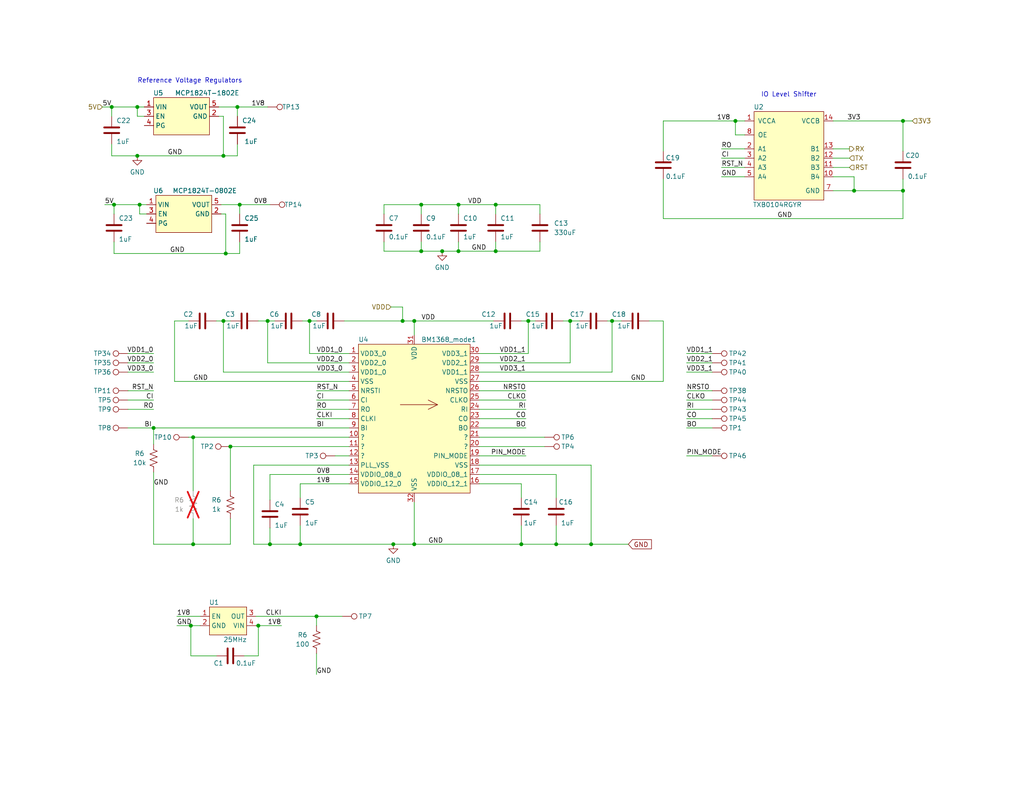
<source format=kicad_sch>
(kicad_sch (version 20231120) (generator "eeschema") (generator_version "8.0")
  (paper "A")
  (title_block (title "bitaxeSupra") (date "2024-02-14") (rev "401"))
  (lib_symbols
    (symbol "Connector:TestPoint" (pin_numbers hide) (pin_names (offset 0.762) hide)
      (property "Reference" "TP" (at 0 6.858 0))
      (property "Value" "TestPoint" (at 0 5.08 0))
      (symbol "TestPoint_0_1"
        (circle (center 0 3.302) (radius 0.762))
      )
      (symbol "TestPoint_1_1"
        (pin passive line (at 0 0 90) (length 2.54) (name "1") (number "1"))
      )
    )
    (symbol "Device:C" (pin_numbers hide) (pin_names (offset 0.254))
      (property "Reference" "C" (at 0.635 2.54 0))
      (property "Value" "C" (at 0.635 -2.54 0))
      (symbol "C_0_1"
        (polyline (pts (xy -2.032 -0.762) (xy 2.032 -0.762)) (stroke (width 0.508)))
        (polyline (pts (xy -2.032 0.762) (xy 2.032 0.762)) (stroke (width 0.508)))
      )
      (symbol "C_1_1"
        (pin passive line (at 0 3.81 270) (length 2.794) (name "~") (number "1"))
        (pin passive line (at 0 -3.81 90) (length 2.794) (name "~") (number "2"))
      )
    )
    (symbol "Device:R_US" (pin_numbers hide) (pin_names (offset 0))
      (property "Reference" "R" (at 2.54 0 90))
      (property "Value" "R_US" (at -2.54 0 90))
      (symbol "R_US_0_1"
        (polyline (pts (xy 0 -2.286) (xy 0 -2.54)))
        (polyline (pts (xy 0 2.286) (xy 0 2.54)))
        (polyline (pts (xy 0 -0.762) (xy 1.016 -1.143) (xy 0 -1.524) (xy -1.016 -1.905) (xy 0 -2.286)))
        (polyline (pts (xy 0 0.762) (xy 1.016 0.381) (xy 0 0) (xy -1.016 -0.381) (xy 0 -0.762)))
        (polyline (pts (xy 0 2.286) (xy 1.016 1.905) (xy 0 1.524) (xy -1.016 1.143) (xy 0 0.762)))
      )
      (symbol "R_US_1_1"
        (pin passive line (at 0 3.81 270) (length 1.27) (name "~") (number "1"))
        (pin passive line (at 0 -3.81 90) (length 1.27) (name "~") (number "2"))
      )
    )
    (symbol "MCP1824_1"
      (property "Reference" "U" (at -7.62 5.08 0))
      (property "Value" "MCP1824_1" (at 5.08 5.08 0))
      (symbol "MCP1824_1_0_1"
        (rectangle (start -7.62 3.81) (end 7.62 -6.35) (stroke (width 0.1524)) (fill (type background)))
      )
      (symbol "MCP1824_1_1_0"
        (pin bidirectional line (at -10.16 1.27 0) (length 2.54) (name "VIN") (number "1"))
        (pin bidirectional line (at 10.16 -1.27 180) (length 2.54) (name "GND") (number "2"))
        (pin bidirectional line (at -10.16 -1.27 0) (length 2.54) (name "EN") (number "3"))
        (pin bidirectional line (at -10.16 -3.81 0) (length 2.54) (name "PG") (number "4"))
        (pin bidirectional line (at 10.16 1.27 180) (length 2.54) (name "VOUT") (number "5"))
      )
    )
    (symbol "bitaxe:BM1368_mode1"
      (property "Reference" "U" (at -13.97 21.59 0))
      (property "Value" "BM1368_mode1" (at 11.43 21.59 0))
      (symbol "BM1368_mode1_0_1"
        (rectangle (start -15.24 20.32) (end 15.24 -20.32) (fill (type background)))
        (polyline (pts (xy -3.81 3.81) (xy 6.35 3.81)))
        (polyline (pts (xy 3.81 2.54) (xy 6.35 3.81)))
        (polyline (pts (xy 3.81 5.08) (xy 6.35 3.81)))
      )
      (symbol "BM1368_mode1_1_1"
        (pin power_in line (at -17.78 17.78 0) (length 2.54) (name "VDD3_0") (number "1"))
        (pin unspecified line (at -17.78 -5.08 0) (length 2.54) (name "?") (number "10"))
        (pin unspecified line (at -17.78 -7.62 0) (length 2.54) (name "?") (number "11"))
        (pin unspecified line (at -17.78 -10.16 0) (length 2.54) (name "?") (number "12"))
        (pin power_in line (at -17.78 -12.7 0) (length 2.54) (name "PLL_VSS") (number "13"))
        (pin power_in line (at -17.78 -15.24 0) (length 2.54) (name "VDDIO_08_0") (number "14"))
        (pin power_in line (at -17.78 -17.78 0) (length 2.54) (name "VDDIO_12_0") (number "15"))
        (pin power_in line (at 17.78 -17.78 180) (length 2.54) (name "VDDIO_12_1") (number "16"))
        (pin power_in line (at 17.78 -15.24 180) (length 2.54) (name "VDDIO_08_1") (number "17"))
        (pin power_in line (at 17.78 -12.7 180) (length 2.54) (name "VSS") (number "18"))
        (pin input line (at 17.78 -10.16 180) (length 2.54) (name "PIN_MODE") (number "19"))
        (pin power_in line (at -17.78 15.24 0) (length 2.54) (name "VDD2_0") (number "2"))
        (pin unspecified line (at 17.78 -7.62 180) (length 2.54) (name "?") (number "20"))
        (pin unspecified line (at 17.78 -5.08 180) (length 2.54) (name "?") (number "21"))
        (pin output line (at 17.78 -2.54 180) (length 2.54) (name "BO") (number "22"))
        (pin output line (at 17.78 0 180) (length 2.54) (name "CO") (number "23"))
        (pin input line (at 17.78 2.54 180) (length 2.54) (name "RI") (number "24"))
        (pin output line (at 17.78 5.08 180) (length 2.54) (name "CLKO") (number "25"))
        (pin output line (at 17.78 7.62 180) (length 2.54) (name "NRSTO") (number "26"))
        (pin power_in line (at 17.78 10.16 180) (length 2.54) (name "VSS") (number "27"))
        (pin power_in line (at 17.78 12.7 180) (length 2.54) (name "VDD1_1") (number "28"))
        (pin power_in line (at 17.78 15.24 180) (length 2.54) (name "VDD2_1") (number "29"))
        (pin power_in line (at -17.78 12.7 0) (length 2.54) (name "VDD1_0") (number "3"))
        (pin power_in line (at 17.78 17.78 180) (length 2.54) (name "VDD3_1") (number "30"))
        (pin power_in line (at 0 22.86 270) (length 2.54) (name "VDD") (number "31"))
        (pin power_in line (at 0 -22.86 90) (length 2.54) (name "VSS") (number "32"))
        (pin power_in line (at -17.78 10.16 0) (length 2.54) (name "VSS") (number "4"))
        (pin input line (at -17.78 7.62 0) (length 2.54) (name "NRSTI") (number "5"))
        (pin input line (at -17.78 5.08 0) (length 2.54) (name "CI") (number "6"))
        (pin output line (at -17.78 2.54 0) (length 2.54) (name "RO") (number "7"))
        (pin input line (at -17.78 0 0) (length 2.54) (name "CLKI") (number "8"))
        (pin input line (at -17.78 -2.54 0) (length 2.54) (name "BI") (number "9"))
      )
    )
    (symbol "bitaxe:MCP1824"
      (property "Reference" "U" (at -7.62 5.08 0))
      (property "Value" "MCP1824" (at 5.08 5.08 0))
      (symbol "MCP1824_0_1"
        (rectangle (start -7.62 3.81) (end 7.62 -6.35) (stroke (width 0.1524)) (fill (type background)))
      )
      (symbol "MCP1824_1_0"
        (pin bidirectional line (at -10.16 1.27 0) (length 2.54) (name "VIN") (number "1"))
        (pin bidirectional line (at 10.16 -1.27 180) (length 2.54) (name "GND") (number "2"))
        (pin bidirectional line (at -10.16 -1.27 0) (length 2.54) (name "EN") (number "3"))
        (pin bidirectional line (at -10.16 -3.81 0) (length 2.54) (name "PG") (number "4"))
        (pin bidirectional line (at 10.16 1.27 180) (length 2.54) (name "VOUT") (number "5"))
      )
    )
    (symbol "bitaxe:TXB0104RGYR" (pin_names (offset 1.016))
      (property "Reference" "U" (at -8.89 12.7 0))
      (property "Value" "TXB0104RGYR" (at -8.89 -11.43 0))
      (symbol "TXB0104RGYR_0_0"
        (rectangle (start -8.89 12.7) (end 10.16 -11.43) (stroke (width 0.1524)) (fill (type background)))
        (pin power_in line (at -11.43 10.16 0) (length 2.54) (name "VCCA") (number "1"))
        (pin bidirectional line (at 12.7 -5.08 180) (length 2.54) (name "B4") (number "10"))
        (pin bidirectional line (at 12.7 -2.54 180) (length 2.54) (name "B3") (number "11"))
        (pin bidirectional line (at 12.7 0 180) (length 2.54) (name "B2") (number "12"))
        (pin bidirectional line (at 12.7 2.54 180) (length 2.54) (name "B1") (number "13"))
        (pin power_in line (at 12.7 10.16 180) (length 2.54) (name "VCCB") (number "14"))
        (pin passive line (at 12.7 -8.89 180) (length 2.54) hide (name "GND") (number "15"))
        (pin passive line (at 12.7 -8.89 180) (length 2.54) hide (name "GND") (number "16"))
        (pin passive line (at 12.7 -8.89 180) (length 2.54) hide (name "GND") (number "17"))
        (pin passive line (at 12.7 -8.89 180) (length 2.54) hide (name "GND") (number "18"))
        (pin passive line (at 12.7 -8.89 180) (length 2.54) hide (name "GND") (number "19"))
        (pin bidirectional line (at -11.43 2.54 0) (length 2.54) (name "A1") (number "2"))
        (pin bidirectional line (at -11.43 0 0) (length 2.54) (name "A2") (number "3"))
        (pin bidirectional line (at -11.43 -2.54 0) (length 2.54) (name "A3") (number "4"))
        (pin bidirectional line (at -11.43 -5.08 0) (length 2.54) (name "A4") (number "5"))
        (pin power_in line (at 12.7 -8.89 180) (length 2.54) (name "GND") (number "7"))
        (pin input line (at -11.43 6.35 0) (length 2.54) (name "OE") (number "8"))
      )
      (symbol "TXB0104RGYR_1_1"
        (pin no_connect line (at -11.43 -8.89 0) (length 2.54) hide (name "NC") (number "6"))
        (pin no_connect line (at -11.43 -8.89 0) (length 2.54) hide (name "NC") (number "9"))
      )
    )
    (symbol "bitaxe:oscillator"
      (property "Reference" "U" (at -3.81 5.08 0))
      (property "Value" "oscillator" (at 0 -5.08 0))
      (symbol "oscillator_0_1"
        (rectangle (start -5.08 3.81) (end 5.08 -3.81) (stroke (width 0.1524)) (fill (type background)))
      )
      (symbol "oscillator_1_0"
        (pin bidirectional line (at -7.62 1.27 0) (length 2.54) (name "EN") (number "1"))
        (pin bidirectional line (at -7.62 -1.27 0) (length 2.54) (name "GND") (number "2"))
        (pin bidirectional line (at 7.62 1.27 180) (length 2.54) (name "OUT") (number "3"))
        (pin bidirectional line (at 7.62 -1.27 180) (length 2.54) (name "VIN") (number "4"))
      )
    )
    (symbol "power:GND" (power) (pin_names (offset 0))
      (property "Value" "GND" (at 0 -3.81 0))
      (symbol "GND_0_1"
        (polyline (pts (xy 0 0) (xy 0 -1.27) (xy 1.27 -1.27) (xy 0 -2.54) (xy -1.27 -1.27) (xy 0 -1.27)))
      )
      (symbol "GND_1_1"
        (pin power_in line (at 0 0 270) (length 0) hide (name "GND") (number "1"))
      )
    )
  )
  (junction (at 151.765 148.59))
  (junction (at 155.575 87.63))
  (junction (at 114.935 68.58) (diameter 0.9144))
  (junction (at 37.465 42.545))
  (junction (at 30.48 29.21) (diameter 0.9144))
  (junction (at 125.095 55.88) (diameter 0.9144))
  (junction (at 135.255 55.88))
  (junction (at 38.1 55.88))
  (junction (at 41.91 116.84))
  (junction (at 246.38 52.07))
  (junction (at 135.255 68.58))
  (junction (at 52.705 119.38))
  (junction (at 120.65 68.58))
  (junction (at 61.595 69.215) (diameter 0.9144))
  (junction (at 73.025 87.63))
  (junction (at 73.66 148.59))
  (junction (at 62.865 121.92))
  (junction (at 84.455 87.63))
  (junction (at 81.915 148.59))
  (junction (at 64.77 29.21) (diameter 0.9144))
  (junction (at 161.29 148.59))
  (junction (at 70.485 170.815))
  (junction (at 109.855 87.63))
  (junction (at 107.315 148.59))
  (junction (at 31.115 55.88) (diameter 0.9144))
  (junction (at 125.095 68.58) (diameter 0.9144))
  (junction (at 86.36 168.275))
  (junction (at 142.24 148.59))
  (junction (at 144.145 87.63))
  (junction (at 52.705 148.59))
  (junction (at 60.96 42.545) (diameter 0.9144))
  (junction (at 167.005 87.63))
  (junction (at 37.465 29.21))
  (junction (at 60.96 87.63))
  (junction (at 113.03 87.63))
  (junction (at 52.07 170.815))
  (junction (at 114.935 55.88) (diameter 0.9144))
  (junction (at 200.66 33.02))
  (junction (at 233.045 52.07))
  (junction (at 113.03 148.59))
  (junction (at 246.38 33.02))
  (junction (at 65.405 55.88) (diameter 0.9144))
  (wire (pts (xy 52.07 179.07) (xy 52.07 170.815)))
  (wire (pts (xy 151.765 148.59) (xy 161.29 148.59)))
  (wire (pts (xy 73.66 129.54) (xy 95.25 129.54)))
  (wire (pts (xy 104.775 66.04) (xy 104.775 68.58)))
  (wire (pts (xy 81.915 132.08) (xy 81.915 135.89)))
  (wire (pts (xy 60.96 101.6) (xy 60.96 87.63)))
  (wire (pts (xy 113.03 137.16) (xy 113.03 148.59)))
  (wire (pts (xy 106.68 83.82) (xy 109.855 83.82)))
  (wire (pts (xy 62.865 141.605) (xy 62.865 148.59)))
  (wire (pts (xy 34.925 96.52) (xy 41.91 96.52)))
  (wire (pts (xy 187.325 116.84) (xy 194.31 116.84)))
  (wire (pts (xy 125.095 58.42) (xy 125.095 55.88)))
  (wire (pts (xy 114.935 68.58) (xy 104.775 68.58)))
  (wire (pts (xy 180.975 33.02) (xy 200.66 33.02)))
  (wire (pts (xy 167.005 101.6) (xy 167.005 87.63)))
  (wire (pts (xy 233.045 48.26) (xy 233.045 52.07)))
  (wire (pts (xy 227.33 45.72) (xy 231.775 45.72)))
  (wire (pts (xy 86.36 106.68) (xy 95.25 106.68)))
  (wire (pts (xy 82.55 87.63) (xy 84.455 87.63)))
  (wire (pts (xy 84.455 87.63) (xy 86.36 87.63)))
  (wire (pts (xy 130.81 124.46) (xy 143.51 124.46)))
  (wire (pts (xy 64.77 39.37) (xy 64.77 42.545)))
  (wire (pts (xy 130.81 127) (xy 161.29 127)))
  (wire (pts (xy 130.81 96.52) (xy 144.145 96.52)))
  (wire (pts (xy 52.705 148.59) (xy 62.865 148.59)))
  (wire (pts (xy 60.96 31.75) (xy 59.69 31.75)))
  (wire (pts (xy 31.115 55.88) (xy 38.1 55.88)))
  (wire (pts (xy 130.81 106.68) (xy 143.51 106.68)))
  (wire (pts (xy 60.96 87.63) (xy 62.865 87.63)))
  (wire (pts (xy 73.66 129.54) (xy 73.66 136.525)))
  (wire (pts (xy 47.625 104.14) (xy 47.625 87.63)))
  (wire (pts (xy 73.66 148.59) (xy 81.915 148.59)))
  (wire (pts (xy 134.62 87.63) (xy 113.03 87.63)))
  (wire (pts (xy 155.575 87.63) (xy 158.115 87.63)))
  (wire (pts (xy 66.675 179.07) (xy 70.485 179.07)))
  (wire (pts (xy 196.85 45.72) (xy 203.2 45.72)))
  (wire (pts (xy 180.975 87.63) (xy 177.165 87.63)))
  (wire (pts (xy 114.935 58.42) (xy 114.935 55.88)))
  (wire (pts (xy 161.29 127) (xy 161.29 148.59)))
  (wire (pts (xy 246.38 52.07) (xy 246.38 59.69)))
  (wire (pts (xy 70.485 87.63) (xy 73.025 87.63)))
  (wire (pts (xy 61.595 58.42) (xy 60.325 58.42)))
  (wire (pts (xy 135.255 66.04) (xy 135.255 68.58)))
  (wire (pts (xy 151.765 129.54) (xy 151.765 135.89)))
  (wire (pts (xy 64.77 42.545) (xy 60.96 42.545)))
  (wire (pts (xy 31.115 66.04) (xy 31.115 69.215)))
  (wire (pts (xy 187.325 101.6) (xy 194.31 101.6)))
  (wire (pts (xy 130.81 111.76) (xy 143.51 111.76)))
  (wire (pts (xy 203.2 36.83) (xy 200.66 36.83)))
  (wire (pts (xy 144.145 96.52) (xy 144.145 87.63)))
  (wire (pts (xy 70.485 170.815) (xy 76.835 170.815)))
  (wire (pts (xy 147.32 66.04) (xy 147.32 68.58)))
  (wire (pts (xy 130.81 99.06) (xy 155.575 99.06)))
  (wire (pts (xy 227.33 48.26) (xy 233.045 48.26)))
  (wire (pts (xy 31.115 55.88) (xy 31.115 58.42)))
  (wire (pts (xy 41.91 128.905) (xy 41.91 148.59)))
  (wire (pts (xy 180.975 104.14) (xy 180.975 87.63)))
  (wire (pts (xy 61.595 69.215) (xy 31.115 69.215)))
  (wire (pts (xy 65.405 66.04) (xy 65.405 69.215)))
  (wire (pts (xy 196.85 40.64) (xy 203.2 40.64)))
  (wire (pts (xy 34.925 101.6) (xy 41.91 101.6)))
  (wire (pts (xy 65.405 55.88) (xy 73.66 55.88)))
  (wire (pts (xy 187.325 109.22) (xy 194.31 109.22)))
  (wire (pts (xy 52.705 141.605) (xy 52.705 148.59)))
  (wire (pts (xy 70.485 179.07) (xy 70.485 170.815)))
  (wire (pts (xy 135.255 55.88) (xy 147.32 55.88)))
  (wire (pts (xy 84.455 96.52) (xy 95.25 96.52)))
  (wire (pts (xy 65.405 69.215) (xy 61.595 69.215)))
  (wire (pts (xy 38.1 58.42) (xy 38.1 55.88)))
  (wire (pts (xy 86.36 109.22) (xy 95.25 109.22)))
  (wire (pts (xy 30.48 39.37) (xy 30.48 42.545)))
  (wire (pts (xy 37.465 29.21) (xy 39.37 29.21)))
  (wire (pts (xy 114.935 66.04) (xy 114.935 68.58)))
  (wire (pts (xy 93.98 87.63) (xy 109.855 87.63)))
  (wire (pts (xy 120.65 68.58) (xy 114.935 68.58)))
  (wire (pts (xy 61.595 58.42) (xy 61.595 69.215)))
  (wire (pts (xy 86.36 178.435) (xy 86.36 184.15)))
  (wire (pts (xy 59.055 87.63) (xy 60.96 87.63)))
  (wire (pts (xy 246.38 33.02) (xy 248.92 33.02)))
  (wire (pts (xy 246.38 33.02) (xy 246.38 41.275)))
  (wire (pts (xy 62.865 121.92) (xy 62.865 133.985)))
  (wire (pts (xy 130.81 101.6) (xy 167.005 101.6)))
  (wire (pts (xy 95.25 104.14) (xy 47.625 104.14)))
  (wire (pts (xy 73.025 99.06) (xy 95.25 99.06)))
  (wire (pts (xy 52.705 119.38) (xy 95.25 119.38)))
  (wire (pts (xy 60.96 101.6) (xy 95.25 101.6)))
  (wire (pts (xy 109.855 83.82) (xy 109.855 87.63)))
  (wire (pts (xy 227.33 43.18) (xy 231.775 43.18)))
  (wire (pts (xy 130.81 129.54) (xy 151.765 129.54)))
  (wire (pts (xy 37.465 31.75) (xy 39.37 31.75)))
  (wire (pts (xy 227.33 52.07) (xy 233.045 52.07)))
  (wire (pts (xy 69.215 127) (xy 69.215 148.59)))
  (wire (pts (xy 187.325 124.46) (xy 194.31 124.46)))
  (wire (pts (xy 125.095 66.04) (xy 125.095 68.58)))
  (wire (pts (xy 52.705 148.59) (xy 41.91 148.59)))
  (wire (pts (xy 153.67 87.63) (xy 155.575 87.63)))
  (wire (pts (xy 52.07 170.815) (xy 54.61 170.815)))
  (wire (pts (xy 130.81 132.08) (xy 142.24 132.08)))
  (wire (pts (xy 73.66 144.145) (xy 73.66 148.59)))
  (wire (pts (xy 130.81 116.84) (xy 143.51 116.84)))
  (wire (pts (xy 187.325 114.3) (xy 194.31 114.3)))
  (wire (pts (xy 130.81 109.22) (xy 143.51 109.22)))
  (wire (pts (xy 38.1 55.88) (xy 40.005 55.88)))
  (wire (pts (xy 130.81 104.14) (xy 180.975 104.14)))
  (wire (pts (xy 60.96 31.75) (xy 60.96 42.545)))
  (wire (pts (xy 81.915 132.08) (xy 95.25 132.08)))
  (wire (pts (xy 81.915 143.51) (xy 81.915 148.59)))
  (wire (pts (xy 227.33 40.64) (xy 231.775 40.64)))
  (wire (pts (xy 104.775 58.42) (xy 104.775 55.88)))
  (wire (pts (xy 60.325 55.88) (xy 65.405 55.88)))
  (wire (pts (xy 34.925 109.22) (xy 41.91 109.22)))
  (wire (pts (xy 142.24 143.51) (xy 142.24 148.59)))
  (wire (pts (xy 167.005 87.63) (xy 169.545 87.63)))
  (wire (pts (xy 142.24 87.63) (xy 144.145 87.63)))
  (wire (pts (xy 34.925 99.06) (xy 41.91 99.06)))
  (wire (pts (xy 233.045 52.07) (xy 246.38 52.07)))
  (wire (pts (xy 30.48 29.21) (xy 37.465 29.21)))
  (wire (pts (xy 27.94 29.21) (xy 30.48 29.21)))
  (wire (pts (xy 86.36 168.275) (xy 86.36 170.815)))
  (wire (pts (xy 130.81 119.38) (xy 148.59 119.38)))
  (wire (pts (xy 30.48 29.21) (xy 30.48 31.75)))
  (wire (pts (xy 48.26 168.275) (xy 54.61 168.275)))
  (wire (pts (xy 125.095 68.58) (xy 120.65 68.58)))
  (wire (pts (xy 95.25 121.92) (xy 62.865 121.92)))
  (wire (pts (xy 38.1 58.42) (xy 40.005 58.42)))
  (wire (pts (xy 91.44 124.46) (xy 95.25 124.46)))
  (wire (pts (xy 73.025 99.06) (xy 73.025 87.63)))
  (wire (pts (xy 41.91 116.84) (xy 95.25 116.84)))
  (wire (pts (xy 28.575 55.88) (xy 31.115 55.88)))
  (wire (pts (xy 73.025 87.63) (xy 74.93 87.63)))
  (wire (pts (xy 161.29 148.59) (xy 171.45 148.59)))
  (wire (pts (xy 114.935 55.88) (xy 125.095 55.88)))
  (wire (pts (xy 59.69 29.21) (xy 64.77 29.21)))
  (wire (pts (xy 246.38 48.895) (xy 246.38 52.07)))
  (wire (pts (xy 69.85 170.815) (xy 70.485 170.815)))
  (wire (pts (xy 196.85 48.26) (xy 203.2 48.26)))
  (wire (pts (xy 47.625 87.63) (xy 51.435 87.63)))
  (wire (pts (xy 180.975 48.895) (xy 180.975 59.69)))
  (wire (pts (xy 187.325 111.76) (xy 194.31 111.76)))
  (wire (pts (xy 142.24 132.08) (xy 142.24 135.89)))
  (wire (pts (xy 69.215 148.59) (xy 73.66 148.59)))
  (wire (pts (xy 86.36 111.76) (xy 95.25 111.76)))
  (wire (pts (xy 165.735 87.63) (xy 167.005 87.63)))
  (wire (pts (xy 48.26 170.815) (xy 52.07 170.815)))
  (wire (pts (xy 130.81 121.92) (xy 148.59 121.92)))
  (wire (pts (xy 64.77 29.21) (xy 64.77 31.75)))
  (wire (pts (xy 37.465 42.545) (xy 30.48 42.545)))
  (wire (pts (xy 187.325 99.06) (xy 194.31 99.06)))
  (wire (pts (xy 135.255 58.42) (xy 135.255 55.88)))
  (wire (pts (xy 41.91 116.84) (xy 41.91 121.285)))
  (wire (pts (xy 142.24 148.59) (xy 151.765 148.59)))
  (wire (pts (xy 113.03 87.63) (xy 113.03 91.44)))
  (wire (pts (xy 84.455 87.63) (xy 84.455 96.52)))
  (wire (pts (xy 113.03 148.59) (xy 142.24 148.59)))
  (wire (pts (xy 65.405 55.88) (xy 65.405 58.42)))
  (wire (pts (xy 147.32 58.42) (xy 147.32 55.88)))
  (wire (pts (xy 64.77 29.21) (xy 73.025 29.21)))
  (wire (pts (xy 180.975 41.275) (xy 180.975 33.02)))
  (wire (pts (xy 81.915 148.59) (xy 107.315 148.59)))
  (wire (pts (xy 37.465 31.75) (xy 37.465 29.21)))
  (wire (pts (xy 86.36 114.3) (xy 95.25 114.3)))
  (wire (pts (xy 227.33 33.02) (xy 246.38 33.02)))
  (wire (pts (xy 107.315 148.59) (xy 113.03 148.59)))
  (wire (pts (xy 95.25 127) (xy 69.215 127)))
  (wire (pts (xy 52.705 119.38) (xy 52.705 133.985)))
  (wire (pts (xy 86.36 168.275) (xy 93.345 168.275)))
  (wire (pts (xy 200.66 36.83) (xy 200.66 33.02)))
  (wire (pts (xy 125.095 55.88) (xy 135.255 55.88)))
  (wire (pts (xy 144.145 87.63) (xy 146.05 87.63)))
  (wire (pts (xy 187.325 106.68) (xy 194.31 106.68)))
  (wire (pts (xy 34.925 111.76) (xy 41.91 111.76)))
  (wire (pts (xy 104.775 55.88) (xy 114.935 55.88)))
  (wire (pts (xy 200.66 33.02) (xy 203.2 33.02)))
  (wire (pts (xy 59.055 179.07) (xy 52.07 179.07)))
  (wire (pts (xy 196.85 43.18) (xy 203.2 43.18)))
  (wire (pts (xy 180.975 59.69) (xy 246.38 59.69)))
  (wire (pts (xy 155.575 99.06) (xy 155.575 87.63)))
  (wire (pts (xy 130.81 114.3) (xy 143.51 114.3)))
  (wire (pts (xy 135.255 68.58) (xy 125.095 68.58)))
  (wire (pts (xy 34.925 116.84) (xy 41.91 116.84)))
  (wire (pts (xy 69.85 168.275) (xy 86.36 168.275)))
  (wire (pts (xy 51.435 119.38) (xy 52.705 119.38)))
  (wire (pts (xy 34.925 106.68) (xy 41.91 106.68)))
  (wire (pts (xy 109.855 87.63) (xy 113.03 87.63)))
  (wire (pts (xy 187.325 96.52) (xy 194.31 96.52)))
  (wire (pts (xy 151.765 143.51) (xy 151.765 148.59)))
  (wire (pts (xy 60.96 42.545) (xy 37.465 42.545)))
  (wire (pts (xy 135.255 68.58) (xy 147.32 68.58)))
  (text "Reference Voltage Regulators" (at 37.465 22.86 0) (effects (font (size 1.27 1.27)) (justify left bottom)))
  (text "IO Level Shifter" (at 207.645 26.67 0) (effects (font (size 1.27 1.27)) (justify left bottom)))
  (label "GND" (at 45.72 42.545 0))
  (label "RST_N" (at 41.91 106.68 180))
  (label "1V8" (at 86.36 132.08 0))
  (label "1V8" (at 68.58 29.21 0))
  (label "BI" (at 39.37 116.84 0))
  (label "GND" (at 48.26 170.815 0))
  (label "CLKO" (at 143.51 109.22 180))
  (label "VDD3_1" (at 187.325 101.6 0))
  (label "RST_N" (at 86.36 106.68 0))
  (label "5V" (at 28.575 55.88 0))
  (label "RO" (at 196.85 40.64 0))
  (label "RO" (at 86.36 111.76 0))
  (label "0V8" (at 69.215 55.88 0))
  (label "CO" (at 187.325 114.3 0))
  (label "GND" (at 116.84 148.59 0))
  (label "GND" (at 86.36 184.15 0))
  (label "BO" (at 187.325 116.84 0))
  (label "VDD3_0" (at 41.91 101.6 180))
  (label "5V" (at 27.94 29.21 0))
  (label "VDD2_1" (at 187.325 99.06 0))
  (label "PIN_MODE" (at 187.325 124.46 0))
  (label "CI" (at 41.91 109.22 180))
  (label "VDD1_1" (at 187.325 96.52 0))
  (label "1V8" (at 48.26 168.275 0))
  (label "1V8" (at 195.58 33.02 0))
  (label "NRSTO" (at 187.325 106.68 0))
  (label "PIN_MODE" (at 143.51 124.46 180))
  (label "0V8" (at 86.36 129.54 0))
  (label "GND" (at 46.355 69.215 0))
  (label "VDD3_1" (at 143.51 101.6 180))
  (label "VDD2_1" (at 143.51 99.06 180))
  (label "RI" (at 187.325 111.76 0))
  (label "CLKI" (at 86.36 114.3 0))
  (label "CO" (at 143.51 114.3 180))
  (label "VDD1_0" (at 86.36 96.52 0))
  (label "VDD3_0" (at 86.36 101.6 0))
  (label "CLKO" (at 187.325 109.22 0))
  (label "GND" (at 196.85 48.26 0))
  (label "CLKI" (at 76.835 168.275 180))
  (label "VDD2_0" (at 41.91 99.06 180))
  (label "RO" (at 41.91 111.76 180))
  (label "VDD1_1" (at 143.51 96.52 180))
  (label "GND" (at 52.705 104.14 0))
  (label "VDD" (at 114.935 87.63 0))
  (label "BO" (at 143.51 116.84 180))
  (label "GND" (at 212.09 59.69 0))
  (label "GND" (at 41.91 132.715 0))
  (label "RI" (at 143.51 111.76 180))
  (label "1V8" (at 73.025 170.815 0))
  (label "VDD2_0" (at 86.36 99.06 0))
  (label "CI" (at 196.85 43.18 0))
  (label "NRSTO" (at 143.51 106.68 180))
  (label "GND" (at 172.085 104.14 0))
  (label "GND" (at 132.715 68.58 180))
  (label "CI" (at 86.36 109.22 0))
  (label "VDD" (at 127.635 55.88 0))
  (label "BI" (at 86.36 116.84 0))
  (label "RST_N" (at 196.85 45.72 0))
  (label "3V3" (at 231.14 33.02 0))
  (label "VDD1_0" (at 41.91 96.52 180))
  (global_label "GND" (shape input) (at 171.45 148.59 0) (property "Intersheetrefs" "${INTERSHEET_REFS}" (effects (hide yes))))
  (hierarchical_label "RST" (shape input) (at 231.775 45.72 0))
  (hierarchical_label "5V" (shape input) (at 27.94 29.21 180))
  (hierarchical_label "3V3" (shape input) (at 248.92 33.02 0))
  (hierarchical_label "TX" (shape input) (at 231.775 43.18 0))
  (hierarchical_label "RX" (shape output) (at 231.775 40.64 0))
  (hierarchical_label "VDD" (shape input) (at 106.68 83.82 180))
  (symbol (lib_id "Device:C") (at 64.77 35.56 0) (unit 1)
    (property "Reference" "C24" (at 66.04 33.655 0) (effects (justify left bottom)))
    (property "Value" "1uF" (at 66.675 39.37 0) (effects (justify left bottom)))
    (property "Footprint" "Capacitor_SMD:C_0402_1005Metric" (effects (hide yes)))
    (property "DK" "587-5514-1-ND" (effects (hide yes)))
    (property "PARTNO" "EMK105BJ105MV-F" (effects (hide yes)))
    (property "JLCPCB #1" "C325464" (effects (hide yes)))
  )
  (symbol (lib_id "Device:C") (at 30.48 35.56 0) (unit 1)
    (property "Reference" "C22" (at 31.75 33.655 0) (effects (justify left bottom)))
    (property "Value" "1uF" (at 31.75 39.37 0) (effects (justify left bottom)))
    (property "Footprint" "Capacitor_SMD:C_0402_1005Metric" (effects (hide yes)))
    (property "DK" "587-5514-1-ND" (effects (hide yes)))
    (property "PARTNO" "EMK105BJ105MV-F" (effects (hide yes)))
    (property "JLCPCB #1" "C325464" (effects (hide yes)))
  )
  (symbol (lib_id "Device:C") (at 125.095 62.23 0) (unit 1)
    (property "Reference" "C10" (at 126.365 60.325 0) (effects (justify left bottom)))
    (property "Value" "1uF" (at 126.365 65.405 0) (effects (justify left bottom)))
    (property "Footprint" "Capacitor_SMD:C_0402_1005Metric" (effects (hide yes)))
    (property "DK" "587-5514-1-ND" (effects (hide yes)))
    (property "PARTNO" "EMK105BJ105MV-F" (effects (hide yes)))
    (property "JLCPCB #1" "C325464" (effects (hide yes)))
  )
  (symbol (lib_id "Device:C") (at 90.17 87.63 90) (unit 1)
    (property "Reference" "C8" (at 87.63 85.09 90) (effects (justify left bottom)))
    (property "Value" "1uF" (at 88.9 88.265 90) (effects (justify left bottom)))
    (property "Footprint" "Capacitor_SMD:C_0402_1005Metric" (effects (hide yes)))
    (property "DK" "587-5514-1-ND" (effects (hide yes)))
    (property "PARTNO" "EMK105BJ105MV-F" (effects (hide yes)))
    (property "JLCPCB #1" "C325464" (effects (hide yes)))
  )
  (symbol (lib_id "Connector:TestPoint") (at 194.31 116.84 270) (unit 1) (in_bom no)
    (property "Reference" "TP1" (at 200.66 116.84 90))
    (property "Value" "TestPoint" (effects (hide yes)))
    (property "Footprint" "TestPoint:TestPoint_Pad_D1.5mm" (effects (hide yes)))
  )
  (symbol (lib_id "Device:C") (at 114.935 62.23 0) (unit 1)
    (property "Reference" "C9" (at 116.205 60.325 0) (effects (justify left bottom)))
    (property "Value" "0.1uF" (at 116.205 65.405 0) (effects (justify left bottom)))
    (property "Footprint" "Capacitor_SMD:C_0402_1005Metric" (effects (hide yes)))
    (property "DK" "1292-1639-1-ND" (effects (hide yes)))
    (property "PARTNO" "0402X104K100CT" (effects (hide yes)))
    (property "JLCPCB #1" "C129131" (effects (hide yes)))
  )
  (symbol (lib_id "Connector:TestPoint") (at 194.31 111.76 270) (unit 1) (in_bom no)
    (property "Reference" "TP43" (at 201.295 111.76 90))
    (property "Value" "TestPoint" (effects (hide yes)))
    (property "Footprint" "TestPoint:TestPoint_Pad_D1.5mm" (effects (hide yes)))
  )
  (symbol (lib_id "Connector:TestPoint") (at 194.31 114.3 270) (unit 1) (in_bom no)
    (property "Reference" "TP45" (at 201.295 114.3 90))
    (property "Value" "TestPoint" (effects (hide yes)))
    (property "Footprint" "TestPoint:TestPoint_Pad_D1.5mm" (effects (hide yes)))
  )
  (symbol (lib_id "Device:C") (at 161.925 87.63 90) (unit 1)
    (property "Reference" "C17" (at 159.385 85.09 90) (effects (justify left bottom)))
    (property "Value" "1uF" (at 160.655 88.265 90) (effects (justify left bottom)))
    (property "Footprint" "Capacitor_SMD:C_0402_1005Metric" (effects (hide yes)))
    (property "DK" "587-5514-1-ND" (effects (hide yes)))
    (property "PARTNO" "EMK105BJ105MV-F" (effects (hide yes)))
    (property "JLCPCB #1" "C325464" (effects (hide yes)))
  )
  (symbol (lib_id "Connector:TestPoint") (at 148.59 119.38 270) (unit 1) (in_bom no)
    (property "Reference" "TP6" (at 154.94 119.38 90))
    (property "Value" "TestPoint" (effects (hide yes)))
    (property "Footprint" "TestPoint:TestPoint_Pad_D1.5mm" (effects (hide yes)))
  )
  (symbol (lib_id "Device:C") (at 173.355 87.63 90) (unit 1)
    (property "Reference" "C18" (at 170.815 85.09 90) (effects (justify left bottom)))
    (property "Value" "1uF" (at 172.085 88.265 90) (effects (justify left bottom)))
    (property "Footprint" "Capacitor_SMD:C_0402_1005Metric" (effects (hide yes)))
    (property "DK" "587-5514-1-ND" (effects (hide yes)))
    (property "PARTNO" "EMK105BJ105MV-F" (effects (hide yes)))
    (property "JLCPCB #1" "C325464" (effects (hide yes)))
  )
  (symbol (lib_id "Device:C") (at 62.865 179.07 90) (unit 1)
    (property "Reference" "C1" (at 60.96 180.34 90) (effects (justify left bottom)))
    (property "Value" "0.1uF" (at 69.85 180.34 90) (effects (justify left bottom)))
    (property "Footprint" "Capacitor_SMD:C_0402_1005Metric" (effects (hide yes)))
    (property "DK" "1292-1639-1-ND" (effects (hide yes)))
    (property "PARTNO" "0402X104K100CT" (effects (hide yes)))
    (property "JLCPCB #1" "C129131" (effects (hide yes)))
  )
  (symbol (lib_id "power:GND") (at 107.315 148.59 0) (mirror y) (unit 1)
    (property "Reference" "#PWR02" (effects (hide yes)))
    (property "Value" "GND" (at 107.315 153.035 0))
  )
  (symbol (lib_id "Connector:TestPoint") (at 34.925 99.06 90) (unit 1) (in_bom no)
    (property "Reference" "TP35" (at 27.94 99.06 90))
    (property "Value" "TestPoint" (effects (hide yes)))
    (property "Footprint" "TestPoint:TestPoint_Pad_D1.5mm" (effects (hide yes)))
  )
  (symbol (lib_id "Device:C") (at 104.775 62.23 0) (unit 1)
    (property "Reference" "C7" (at 106.045 60.325 0) (effects (justify left bottom)))
    (property "Value" "0.1uF" (at 106.045 65.405 0) (effects (justify left bottom)))
    (property "Footprint" "Capacitor_SMD:C_0402_1005Metric" (effects (hide yes)))
    (property "DK" "1292-1639-1-ND" (effects (hide yes)))
    (property "PARTNO" "0402X104K100CT" (effects (hide yes)))
    (property "JLCPCB #1" "C129131" (effects (hide yes)))
  )
  (symbol (lib_id "Device:C") (at 149.86 87.63 90) (unit 1)
    (property "Reference" "C15" (at 147.32 85.09 90) (effects (justify left bottom)))
    (property "Value" "1uF" (at 148.59 88.265 90) (effects (justify left bottom)))
    (property "Footprint" "Capacitor_SMD:C_0402_1005Metric" (effects (hide yes)))
    (property "DK" "587-5514-1-ND" (effects (hide yes)))
    (property "PARTNO" "EMK105BJ105MV-F" (effects (hide yes)))
    (property "JLCPCB #1" "C325464" (effects (hide yes)))
  )
  (symbol (lib_id "Device:C") (at 246.38 45.085 0) (unit 1)
    (property "Reference" "C20" (at 247.015 43.18 0) (effects (justify left bottom)))
    (property "Value" "0.1uF" (at 247.65 48.895 0) (effects (justify left bottom)))
    (property "Footprint" "Capacitor_SMD:C_0402_1005Metric" (effects (hide yes)))
    (property "DK" "1292-1639-1-ND" (effects (hide yes)))
    (property "PARTNO" "0402X104K100CT" (effects (hide yes)))
    (property "JLCPCB #1" "C129131" (effects (hide yes)))
  )
  (symbol (lib_id "Device:C") (at 180.975 45.085 0) (unit 1)
    (property "Reference" "C19" (at 181.61 43.815 0) (effects (justify left bottom)))
    (property "Value" "0.1uF" (at 181.61 48.895 0) (effects (justify left bottom)))
    (property "Footprint" "Capacitor_SMD:C_0402_1005Metric" (effects (hide yes)))
    (property "DK" "1292-1639-1-ND" (effects (hide yes)))
    (property "PARTNO" "0402X104K100CT" (effects (hide yes)))
    (property "JLCPCB #1" "C129131" (effects (hide yes)))
  )
  (symbol (lib_id "Device:R_US") (at 52.705 137.795 180) (unit 1) (dnp yes)
    (property "Reference" "R6" (at 48.895 136.525 0))
    (property "Value" "1k" (at 48.895 139.065 0))
    (property "Footprint" "Resistor_SMD:R_0402_1005Metric" (effects (hide yes)))
    (property "DK" "311-1.00KLRCT-ND" (effects (hide yes)))
    (property "PARTNO" "RC0402FR-071KL" (effects (hide yes)))
    (property "JLCPCB #1" "C106235" (effects (hide yes)))
  )
  (symbol (lib_id "Device:C") (at 73.66 140.335 0) (unit 1)
    (property "Reference" "C4" (at 74.93 138.43 0) (effects (justify left bottom)))
    (property "Value" "1uF" (at 74.93 144.145 0) (effects (justify left bottom)))
    (property "Footprint" "Capacitor_SMD:C_0402_1005Metric" (effects (hide yes)))
    (property "DK" "587-5514-1-ND" (effects (hide yes)))
    (property "PARTNO" "EMK105BJ105MV-F" (effects (hide yes)))
    (property "JLCPCB #1" "C325464" (effects (hide yes)))
  )
  (symbol (lib_id "Connector:TestPoint") (at 73.66 55.88 270) (mirror x) (unit 1) (in_bom no)
    (property "Reference" "TP14" (at 80.01 55.88 90))
    (property "Value" "TestPoint" (effects (hide yes)))
    (property "Footprint" "TestPoint:TestPoint_Pad_D1.5mm" (effects (hide yes)))
  )
  (symbol (lib_id "Device:C") (at 138.43 87.63 90) (unit 1)
    (property "Reference" "C12" (at 135.255 85.09 90) (effects (justify left bottom)))
    (property "Value" "1uF" (at 137.16 88.265 90) (effects (justify left bottom)))
    (property "Footprint" "Capacitor_SMD:C_0402_1005Metric" (effects (hide yes)))
    (property "DK" "587-5514-1-ND" (effects (hide yes)))
    (property "PARTNO" "EMK105BJ105MV-F" (effects (hide yes)))
    (property "JLCPCB #1" "C325464" (effects (hide yes)))
  )
  (symbol (lib_id "Device:R_US") (at 62.865 137.795 180) (unit 1)
    (property "Reference" "R6" (at 59.055 136.525 0))
    (property "Value" "1k" (at 59.055 139.065 0))
    (property "Footprint" "Resistor_SMD:R_0402_1005Metric" (effects (hide yes)))
    (property "DK" "311-1.00KLRCT-ND" (effects (hide yes)))
    (property "PARTNO" "RC0402FR-071KL" (effects (hide yes)))
    (property "JLCPCB #1" "C106235" (effects (hide yes)))
  )
  (symbol (lib_id "Connector:TestPoint") (at 34.925 101.6 90) (unit 1) (in_bom no)
    (property "Reference" "TP36" (at 27.94 101.6 90))
    (property "Value" "TestPoint" (effects (hide yes)))
    (property "Footprint" "TestPoint:TestPoint_Pad_D1.5mm" (effects (hide yes)))
  )
  (symbol (lib_id "Device:R_US") (at 86.36 174.625 180) (unit 1)
    (property "Reference" "R6" (at 82.55 173.355 0))
    (property "Value" "100" (at 82.55 175.895 0))
    (property "Footprint" "Resistor_SMD:R_0402_1005Metric" (effects (hide yes)))
    (property "DK" "311-100LRCT-ND" (effects (hide yes)))
    (property "PARTNO" "RC0402FR-07100RL" (effects (hide yes)))
    (property "JLCPCB #1" "C106232" (effects (hide yes)))
  )
  (symbol (lib_id "Device:C") (at 147.32 62.23 0) (unit 1)
    (property "Reference" "C13" (at 151.13 60.9599 0) (effects (justify left)))
    (property "Value" "330uF" (at 151.13 63.4999 0) (effects (justify left)))
    (property "Footprint" "Capacitor_SMD:C_1210_3225Metric" (effects (hide yes)))
    (property "Description" "Unpolarized capacitor" (effects (hide yes)))
    (property "DK" "490-13976-2-ND" (effects (hide yes)))
    (property "PARTNO" "GRM32ER60G337ME05L" (effects (hide yes)))
    (property "JLCPCB #1" "C528969" (effects (hide yes)))
  )
  (symbol (lib_name "MCP1824_1") (lib_id "bitaxe:MCP1824") (at 50.165 57.15 0) (unit 1)
    (property "Reference" "U6" (at 43.18 52.07 0))
    (property "Value" "MCP1824T-0802E" (at 55.88 52.07 0))
    (property "Footprint" "Package_TO_SOT_SMD:SOT-23-5" (effects (hide yes)))
    (property "Datasheet" "https://ww1.microchip.com/downloads/en/DeviceDoc/22070a.pdf" (effects (hide yes)))
    (property "PARTNO" "MCP1824T-0802E/OT" (effects (hide yes)))
    (property "DK" "MCP1824T-0802E/OTCT-ND" (effects (hide yes)))
    (property "JLCPCB #1" "C625460" (effects (hide yes)))
  )
  (symbol (lib_id "bitaxe:TXB0104RGYR") (at 214.63 43.18 0) (unit 1)
    (property "Reference" "U2" (at 207.01 29.21 0))
    (property "Value" "TXB0104RGYR" (at 212.09 55.88 0))
    (property "Footprint" "bitaxe:TXB0104" (effects (hide yes)))
    (property "Datasheet" "https://www.ti.com/lit/ds/symlink/txb0104.pdf?HQS=dis-dk-null-digikeymode-dsf-pf-null-wwe&ts=1669420543825&ref_url=https%253A%252F%252Fwww.ti.com%252Fgeneral%252Fdocs%252Fsuppproductinfo.tsp%253FdistId%253D10%2526gotoUrl%253Dhttps%253A%252F%252Fwww.ti.com%252Flit%252Fgpn%252Ftxb0104" (effects (hide yes)))
    (property "DK" "296-21930-1-ND" (effects (hide yes)))
    (property "PARTNO" "TXB0104RGYR" (effects (hide yes)))
    (property "JLCPCB #1" "C400708" (effects (hide yes)))
  )
  (symbol (lib_id "Connector:TestPoint") (at 62.865 121.92 90) (unit 1) (in_bom no)
    (property "Reference" "TP2" (at 56.515 121.92 90))
    (property "Value" "TestPoint" (effects (hide yes)))
    (property "Footprint" "TestPoint:TestPoint_Pad_D1.5mm" (effects (hide yes)))
  )
  (symbol (lib_id "Connector:TestPoint") (at 91.44 124.46 90) (unit 1) (in_bom no)
    (property "Reference" "TP3" (at 85.09 124.46 90))
    (property "Value" "TestPoint" (effects (hide yes)))
    (property "Footprint" "TestPoint:TestPoint_Pad_D1.5mm" (effects (hide yes)))
  )
  (symbol (lib_id "Device:C") (at 55.245 87.63 90) (unit 1)
    (property "Reference" "C2" (at 52.705 85.09 90) (effects (justify left bottom)))
    (property "Value" "1uF" (at 53.975 88.265 90) (effects (justify left bottom)))
    (property "Footprint" "Capacitor_SMD:C_0402_1005Metric" (effects (hide yes)))
    (property "DK" "587-5514-1-ND" (effects (hide yes)))
    (property "PARTNO" "EMK105BJ105MV-F" (effects (hide yes)))
    (property "JLCPCB #1" "C325464" (effects (hide yes)))
  )
  (symbol (lib_id "power:GND") (at 120.65 68.58 0) (mirror y) (unit 1)
    (property "Reference" "#PWR01" (effects (hide yes)))
    (property "Value" "GND" (at 120.65 73.025 0))
  )
  (symbol (lib_id "Device:C") (at 151.765 139.7 0) (unit 1)
    (property "Reference" "C16" (at 152.4 137.795 0) (effects (justify left bottom)))
    (property "Value" "1uF" (at 153.035 143.51 0) (effects (justify left bottom)))
    (property "Footprint" "Capacitor_SMD:C_0402_1005Metric" (effects (hide yes)))
    (property "DK" "587-5514-1-ND" (effects (hide yes)))
    (property "PARTNO" "EMK105BJ105MV-F" (effects (hide yes)))
    (property "JLCPCB #1" "C325464" (effects (hide yes)))
  )
  (symbol (lib_id "Connector:TestPoint") (at 34.925 111.76 90) (unit 1) (in_bom no)
    (property "Reference" "TP9" (at 28.575 111.76 90))
    (property "Value" "TestPoint" (effects (hide yes)))
    (property "Footprint" "TestPoint:TestPoint_Pad_D1.5mm" (effects (hide yes)))
  )
  (symbol (lib_id "Connector:TestPoint") (at 194.31 99.06 270) (unit 1) (in_bom no)
    (property "Reference" "TP41" (at 201.295 99.06 90))
    (property "Value" "TestPoint" (effects (hide yes)))
    (property "Footprint" "TestPoint:TestPoint_Pad_D1.5mm" (effects (hide yes)))
  )
  (symbol (lib_id "power:GND") (at 37.465 42.545 0) (mirror y) (unit 1)
    (property "Reference" "#PWR04" (effects (hide yes)))
    (property "Value" "GND" (at 37.465 46.99 0))
  )
  (symbol (lib_id "Device:C") (at 142.24 139.7 0) (unit 1)
    (property "Reference" "C14" (at 142.875 137.795 0) (effects (justify left bottom)))
    (property "Value" "1uF" (at 142.875 143.51 0) (effects (justify left bottom)))
    (property "Footprint" "Capacitor_SMD:C_0402_1005Metric" (effects (hide yes)))
    (property "DK" "587-5514-1-ND" (effects (hide yes)))
    (property "PARTNO" "EMK105BJ105MV-F" (effects (hide yes)))
    (property "JLCPCB #1" "C325464" (effects (hide yes)))
  )
  (symbol (lib_id "Connector:TestPoint") (at 93.345 168.275 270) (unit 1) (in_bom no)
    (property "Reference" "TP7" (at 99.695 168.275 90))
    (property "Value" "TestPoint" (effects (hide yes)))
    (property "Footprint" "TestPoint:TestPoint_Pad_D1.5mm" (effects (hide yes)))
  )
  (symbol (lib_id "bitaxe:BM1368_mode1") (at 113.03 114.3 0) (unit 1)
    (property "Reference" "U4" (at 97.79 92.71 0) (effects (justify left)))
    (property "Value" "BM1368_mode1" (at 114.935 92.71 0) (effects (justify left)))
    (property "Footprint" "bitaxe:BM1368" (effects (hide yes)))
  )
  (symbol (lib_id "Device:R_US") (at 41.91 125.095 180) (unit 1)
    (property "Reference" "R6" (at 38.1 123.825 0))
    (property "Value" "10k" (at 38.1 126.365 0))
    (property "Footprint" "Resistor_SMD:R_0402_1005Metric" (effects (hide yes)))
    (property "DK" "311-10KJRCT-ND" (effects (hide yes)))
    (property "PARTNO" "RC0402JR-0710KL" (effects (hide yes)))
    (property "JLCPCB #1" "C60489" (effects (hide yes)))
  )
  (symbol (lib_id "Connector:TestPoint") (at 34.925 109.22 90) (unit 1) (in_bom no)
    (property "Reference" "TP5" (at 28.575 109.22 90))
    (property "Value" "TestPoint" (effects (hide yes)))
    (property "Footprint" "TestPoint:TestPoint_Pad_D1.5mm" (effects (hide yes)))
  )
  (symbol (lib_id "Device:C") (at 66.675 87.63 90) (unit 1)
    (property "Reference" "C3" (at 64.135 85.09 90) (effects (justify left bottom)))
    (property "Value" "1uF" (at 65.405 88.265 90) (effects (justify left bottom)))
    (property "Footprint" "Capacitor_SMD:C_0402_1005Metric" (effects (hide yes)))
    (property "DK" "587-5514-1-ND" (effects (hide yes)))
    (property "PARTNO" "EMK105BJ105MV-F" (effects (hide yes)))
    (property "JLCPCB #1" "C325464" (effects (hide yes)))
  )
  (symbol (lib_id "Connector:TestPoint") (at 51.435 119.38 90) (unit 1) (in_bom no)
    (property "Reference" "TP10" (at 44.45 119.38 90))
    (property "Value" "TestPoint" (effects (hide yes)))
    (property "Footprint" "TestPoint:TestPoint_Pad_D1.5mm" (effects (hide yes)))
  )
  (symbol (lib_id "Connector:TestPoint") (at 194.31 124.46 270) (unit 1) (in_bom no)
    (property "Reference" "TP46" (at 201.295 124.46 90))
    (property "Value" "TestPoint" (effects (hide yes)))
    (property "Footprint" "TestPoint:TestPoint_Pad_D1.5mm" (effects (hide yes)))
  )
  (symbol (lib_id "Connector:TestPoint") (at 34.925 116.84 90) (unit 1) (in_bom no)
    (property "Reference" "TP8" (at 28.575 116.84 90))
    (property "Value" "TestPoint" (effects (hide yes)))
    (property "Footprint" "TestPoint:TestPoint_Pad_D1.5mm" (effects (hide yes)))
  )
  (symbol (lib_id "Connector:TestPoint") (at 73.025 29.21 270) (mirror x) (unit 1) (in_bom no)
    (property "Reference" "TP13" (at 79.375 29.21 90))
    (property "Value" "TestPoint" (effects (hide yes)))
    (property "Footprint" "TestPoint:TestPoint_Pad_D1.5mm" (effects (hide yes)))
  )
  (symbol (lib_id "Connector:TestPoint") (at 194.31 96.52 270) (unit 1) (in_bom no)
    (property "Reference" "TP42" (at 201.295 96.52 90))
    (property "Value" "TestPoint" (effects (hide yes)))
    (property "Footprint" "TestPoint:TestPoint_Pad_D1.5mm" (effects (hide yes)))
  )
  (symbol (lib_id "bitaxe:oscillator") (at 62.23 169.545 0) (unit 1)
    (property "Reference" "U1" (at 58.42 164.465 0))
    (property "Value" "25MHz" (at 64.135 174.625 0))
    (property "Footprint" "bitaxe:O 25,0-JO32-B-1V3-1-T1-LF" (effects (hide yes)))
    (property "Datasheet" "https://www.jauch.com/downloadfile/5ef1edcfb8e2f73163c8ce8009ef659d1/jo32-1.8-3.3v.pdf" (effects (hide yes)))
    (property "DK" "1908-O250-JO32-B-1V3-1-T1-LFCT-ND" (effects (hide yes)))
    (property "PARTNO" "O 25,0-JO32-B-1V3-1-T1-LF" (effects (hide yes)))
    (property "JLCPCB #1" "C669088" (effects (hide yes)))
  )
  (symbol (lib_id "bitaxe:MCP1824") (at 49.53 30.48 0) (unit 1)
    (property "Reference" "U5" (at 43.18 25.4 0))
    (property "Value" "MCP1824T-1802E" (at 56.515 25.4 0))
    (property "Footprint" "Package_TO_SOT_SMD:SOT-23-5" (effects (hide yes)))
    (property "Datasheet" "https://ww1.microchip.com/downloads/en/DeviceDoc/22070a.pdf" (effects (hide yes)))
    (property "PARTNO" "MCP1824T-1802E/OT" (effects (hide yes)))
    (property "DK" "MCP1824T-1802E/OTCT-ND" (effects (hide yes)))
    (property "JLCPCB #1" "C625462" (effects (hide yes)))
  )
  (symbol (lib_id "Connector:TestPoint") (at 148.59 121.92 270) (unit 1) (in_bom no)
    (property "Reference" "TP4" (at 154.94 121.92 90))
    (property "Value" "TestPoint" (effects (hide yes)))
    (property "Footprint" "TestPoint:TestPoint_Pad_D1.5mm" (effects (hide yes)))
  )
  (symbol (lib_id "Device:C") (at 31.115 62.23 0) (unit 1)
    (property "Reference" "C23" (at 32.385 60.325 0) (effects (justify left bottom)))
    (property "Value" "1uF" (at 32.385 66.04 0) (effects (justify left bottom)))
    (property "Footprint" "Capacitor_SMD:C_0402_1005Metric" (effects (hide yes)))
    (property "DK" "587-5514-1-ND" (effects (hide yes)))
    (property "PARTNO" "EMK105BJ105MV-F" (effects (hide yes)))
    (property "JLCPCB #1" "C325464" (effects (hide yes)))
  )
  (symbol (lib_id "Device:C") (at 78.74 87.63 90) (unit 1)
    (property "Reference" "C6" (at 76.2 85.09 90) (effects (justify left bottom)))
    (property "Value" "1uF" (at 77.47 88.265 90) (effects (justify left bottom)))
    (property "Footprint" "Capacitor_SMD:C_0402_1005Metric" (effects (hide yes)))
    (property "DK" "587-5514-1-ND" (effects (hide yes)))
    (property "PARTNO" "EMK105BJ105MV-F" (effects (hide yes)))
    (property "JLCPCB #1" "C325464" (effects (hide yes)))
  )
  (symbol (lib_id "Connector:TestPoint") (at 194.31 109.22 270) (unit 1) (in_bom no)
    (property "Reference" "TP44" (at 201.295 109.22 90))
    (property "Value" "TestPoint" (effects (hide yes)))
    (property "Footprint" "TestPoint:TestPoint_Pad_D1.5mm" (effects (hide yes)))
  )
  (symbol (lib_id "Device:C") (at 81.915 139.7 0) (unit 1)
    (property "Reference" "C5" (at 83.185 137.795 0) (effects (justify left bottom)))
    (property "Value" "1uF" (at 83.185 143.51 0) (effects (justify left bottom)))
    (property "Footprint" "Capacitor_SMD:C_0402_1005Metric" (effects (hide yes)))
    (property "DK" "587-5514-1-ND" (effects (hide yes)))
    (property "PARTNO" "EMK105BJ105MV-F" (effects (hide yes)))
    (property "JLCPCB #1" "C325464" (effects (hide yes)))
  )
  (symbol (lib_id "Device:C") (at 65.405 62.23 0) (unit 1)
    (property "Reference" "C25" (at 66.675 60.325 0) (effects (justify left bottom)))
    (property "Value" "1uF" (at 66.675 66.04 0) (effects (justify left bottom)))
    (property "Footprint" "Capacitor_SMD:C_0402_1005Metric" (effects (hide yes)))
    (property "DK" "587-5514-1-ND" (effects (hide yes)))
    (property "PARTNO" "EMK105BJ105MV-F" (effects (hide yes)))
    (property "JLCPCB #1" "C325464" (effects (hide yes)))
  )
  (symbol (lib_id "Device:C") (at 135.255 62.23 0) (unit 1)
    (property "Reference" "C11" (at 136.525 60.325 0) (effects (justify left bottom)))
    (property "Value" "1uF" (at 136.525 65.405 0) (effects (justify left bottom)))
    (property "Footprint" "Capacitor_SMD:C_0402_1005Metric" (effects (hide yes)))
    (property "DK" "587-5514-1-ND" (effects (hide yes)))
    (property "PARTNO" "EMK105BJ105MV-F" (effects (hide yes)))
    (property "JLCPCB #1" "C325464" (effects (hide yes)))
  )
  (symbol (lib_id "Connector:TestPoint") (at 194.31 101.6 270) (unit 1) (in_bom no)
    (property "Reference" "TP40" (at 201.295 101.6 90))
    (property "Value" "TestPoint" (effects (hide yes)))
    (property "Footprint" "TestPoint:TestPoint_Pad_D1.5mm" (effects (hide yes)))
  )
  (symbol (lib_id "Connector:TestPoint") (at 34.925 106.68 90) (unit 1) (in_bom no)
    (property "Reference" "TP11" (at 27.94 106.68 90))
    (property "Value" "TestPoint" (effects (hide yes)))
    (property "Footprint" "TestPoint:TestPoint_Pad_D1.5mm" (effects (hide yes)))
  )
  (symbol (lib_id "Connector:TestPoint") (at 194.31 106.68 270) (unit 1) (in_bom no)
    (property "Reference" "TP38" (at 201.295 106.68 90))
    (property "Value" "TestPoint" (effects (hide yes)))
    (property "Footprint" "TestPoint:TestPoint_Pad_D1.5mm" (effects (hide yes)))
  )
  (symbol (lib_id "Connector:TestPoint") (at 34.925 96.52 90) (unit 1) (in_bom no)
    (property "Reference" "TP34" (at 27.94 96.52 90))
    (property "Value" "TestPoint" (effects (hide yes)))
    (property "Footprint" "TestPoint:TestPoint_Pad_D1.5mm" (effects (hide yes)))
  )
)
</source>
